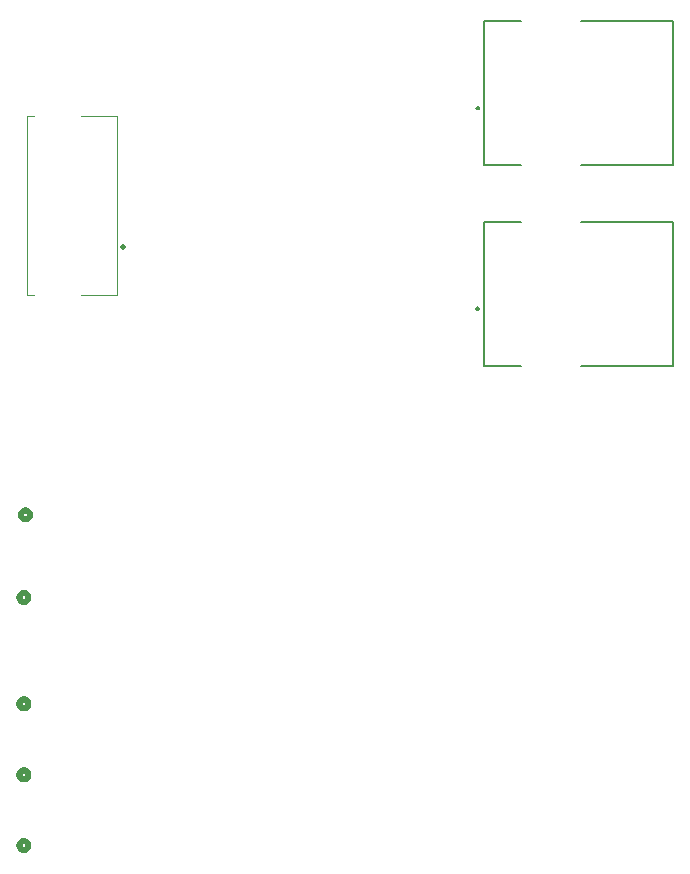
<source format=gbr>
G04 EAGLE Gerber RS-274X export*
G75*
%MOMM*%
%FSLAX34Y34*%
%LPD*%
%INSilkscreen Bottom*%
%IPPOS*%
%AMOC8*
5,1,8,0,0,1.08239X$1,22.5*%
G01*
G04 Define Apertures*
%ADD10C,0.127000*%
%ADD11C,0.200000*%
%ADD12C,0.120000*%
%ADD13C,0.500000*%
%ADD14C,0.508000*%
D10*
X491240Y832400D02*
X459440Y832400D01*
X459440Y710400D01*
X491240Y710400D01*
X542040Y832400D02*
X619440Y832400D01*
X619440Y710400D01*
X542040Y710400D01*
D11*
X453140Y758900D02*
X453142Y758963D01*
X453148Y759025D01*
X453158Y759087D01*
X453171Y759149D01*
X453189Y759209D01*
X453210Y759268D01*
X453235Y759326D01*
X453264Y759382D01*
X453296Y759436D01*
X453331Y759488D01*
X453369Y759537D01*
X453411Y759585D01*
X453455Y759629D01*
X453503Y759671D01*
X453552Y759709D01*
X453604Y759744D01*
X453658Y759776D01*
X453714Y759805D01*
X453772Y759830D01*
X453831Y759851D01*
X453891Y759869D01*
X453953Y759882D01*
X454015Y759892D01*
X454077Y759898D01*
X454140Y759900D01*
X454203Y759898D01*
X454265Y759892D01*
X454327Y759882D01*
X454389Y759869D01*
X454449Y759851D01*
X454508Y759830D01*
X454566Y759805D01*
X454622Y759776D01*
X454676Y759744D01*
X454728Y759709D01*
X454777Y759671D01*
X454825Y759629D01*
X454869Y759585D01*
X454911Y759537D01*
X454949Y759488D01*
X454984Y759436D01*
X455016Y759382D01*
X455045Y759326D01*
X455070Y759268D01*
X455091Y759209D01*
X455109Y759149D01*
X455122Y759087D01*
X455132Y759025D01*
X455138Y758963D01*
X455140Y758900D01*
X455138Y758837D01*
X455132Y758775D01*
X455122Y758713D01*
X455109Y758651D01*
X455091Y758591D01*
X455070Y758532D01*
X455045Y758474D01*
X455016Y758418D01*
X454984Y758364D01*
X454949Y758312D01*
X454911Y758263D01*
X454869Y758215D01*
X454825Y758171D01*
X454777Y758129D01*
X454728Y758091D01*
X454676Y758056D01*
X454622Y758024D01*
X454566Y757995D01*
X454508Y757970D01*
X454449Y757949D01*
X454389Y757931D01*
X454327Y757918D01*
X454265Y757908D01*
X454203Y757902D01*
X454140Y757900D01*
X454077Y757902D01*
X454015Y757908D01*
X453953Y757918D01*
X453891Y757931D01*
X453831Y757949D01*
X453772Y757970D01*
X453714Y757995D01*
X453658Y758024D01*
X453604Y758056D01*
X453552Y758091D01*
X453503Y758129D01*
X453455Y758171D01*
X453411Y758215D01*
X453369Y758263D01*
X453331Y758312D01*
X453296Y758364D01*
X453264Y758418D01*
X453235Y758474D01*
X453210Y758532D01*
X453189Y758591D01*
X453171Y758651D01*
X453158Y758713D01*
X453148Y758775D01*
X453142Y758837D01*
X453140Y758900D01*
D10*
X459440Y1001960D02*
X491240Y1001960D01*
X459440Y1001960D02*
X459440Y879960D01*
X491240Y879960D01*
X542040Y1001960D02*
X619440Y1001960D01*
X619440Y879960D01*
X542040Y879960D01*
D11*
X453140Y928460D02*
X453142Y928523D01*
X453148Y928585D01*
X453158Y928647D01*
X453171Y928709D01*
X453189Y928769D01*
X453210Y928828D01*
X453235Y928886D01*
X453264Y928942D01*
X453296Y928996D01*
X453331Y929048D01*
X453369Y929097D01*
X453411Y929145D01*
X453455Y929189D01*
X453503Y929231D01*
X453552Y929269D01*
X453604Y929304D01*
X453658Y929336D01*
X453714Y929365D01*
X453772Y929390D01*
X453831Y929411D01*
X453891Y929429D01*
X453953Y929442D01*
X454015Y929452D01*
X454077Y929458D01*
X454140Y929460D01*
X454203Y929458D01*
X454265Y929452D01*
X454327Y929442D01*
X454389Y929429D01*
X454449Y929411D01*
X454508Y929390D01*
X454566Y929365D01*
X454622Y929336D01*
X454676Y929304D01*
X454728Y929269D01*
X454777Y929231D01*
X454825Y929189D01*
X454869Y929145D01*
X454911Y929097D01*
X454949Y929048D01*
X454984Y928996D01*
X455016Y928942D01*
X455045Y928886D01*
X455070Y928828D01*
X455091Y928769D01*
X455109Y928709D01*
X455122Y928647D01*
X455132Y928585D01*
X455138Y928523D01*
X455140Y928460D01*
X455138Y928397D01*
X455132Y928335D01*
X455122Y928273D01*
X455109Y928211D01*
X455091Y928151D01*
X455070Y928092D01*
X455045Y928034D01*
X455016Y927978D01*
X454984Y927924D01*
X454949Y927872D01*
X454911Y927823D01*
X454869Y927775D01*
X454825Y927731D01*
X454777Y927689D01*
X454728Y927651D01*
X454676Y927616D01*
X454622Y927584D01*
X454566Y927555D01*
X454508Y927530D01*
X454449Y927509D01*
X454389Y927491D01*
X454327Y927478D01*
X454265Y927468D01*
X454203Y927462D01*
X454140Y927460D01*
X454077Y927462D01*
X454015Y927468D01*
X453953Y927478D01*
X453891Y927491D01*
X453831Y927509D01*
X453772Y927530D01*
X453714Y927555D01*
X453658Y927584D01*
X453604Y927616D01*
X453552Y927651D01*
X453503Y927689D01*
X453455Y927731D01*
X453411Y927775D01*
X453369Y927823D01*
X453331Y927872D01*
X453296Y927924D01*
X453264Y927978D01*
X453235Y928034D01*
X453210Y928092D01*
X453189Y928151D01*
X453171Y928211D01*
X453158Y928273D01*
X453148Y928335D01*
X453142Y928397D01*
X453140Y928460D01*
D12*
X148560Y921460D02*
X148560Y770460D01*
X148560Y921460D02*
X118460Y921460D01*
X118460Y770460D02*
X148560Y770460D01*
X78460Y770460D02*
X72360Y770460D01*
X72360Y921460D01*
X78460Y921460D01*
D13*
X153600Y810960D03*
D14*
X71383Y587839D02*
X71261Y587837D01*
X71139Y587831D01*
X71017Y587821D01*
X70896Y587808D01*
X70775Y587790D01*
X70655Y587769D01*
X70535Y587743D01*
X70417Y587714D01*
X70299Y587682D01*
X70182Y587645D01*
X70067Y587605D01*
X69953Y587561D01*
X69841Y587513D01*
X69730Y587462D01*
X69621Y587407D01*
X69513Y587349D01*
X69408Y587287D01*
X69305Y587222D01*
X69203Y587154D01*
X69104Y587082D01*
X69008Y587008D01*
X68913Y586930D01*
X68822Y586849D01*
X68732Y586766D01*
X68646Y586680D01*
X68563Y586590D01*
X68482Y586499D01*
X68404Y586404D01*
X68330Y586308D01*
X68258Y586209D01*
X68190Y586107D01*
X68125Y586004D01*
X68063Y585899D01*
X68005Y585791D01*
X67950Y585682D01*
X67899Y585571D01*
X67851Y585459D01*
X67807Y585345D01*
X67767Y585230D01*
X67730Y585113D01*
X67698Y584995D01*
X67669Y584877D01*
X67643Y584757D01*
X67622Y584637D01*
X67604Y584516D01*
X67591Y584395D01*
X67581Y584273D01*
X67575Y584151D01*
X67573Y584029D01*
X67575Y583907D01*
X67581Y583785D01*
X67591Y583663D01*
X67604Y583542D01*
X67622Y583421D01*
X67643Y583301D01*
X67669Y583181D01*
X67698Y583063D01*
X67730Y582945D01*
X67767Y582828D01*
X67807Y582713D01*
X67851Y582599D01*
X67899Y582487D01*
X67950Y582376D01*
X68005Y582267D01*
X68063Y582159D01*
X68125Y582054D01*
X68190Y581951D01*
X68258Y581849D01*
X68330Y581750D01*
X68404Y581654D01*
X68482Y581559D01*
X68563Y581468D01*
X68646Y581378D01*
X68732Y581292D01*
X68822Y581209D01*
X68913Y581128D01*
X69008Y581050D01*
X69104Y580976D01*
X69203Y580904D01*
X69305Y580836D01*
X69408Y580771D01*
X69513Y580709D01*
X69621Y580651D01*
X69730Y580596D01*
X69841Y580545D01*
X69953Y580497D01*
X70067Y580453D01*
X70182Y580413D01*
X70299Y580376D01*
X70417Y580344D01*
X70535Y580315D01*
X70655Y580289D01*
X70775Y580268D01*
X70896Y580250D01*
X71017Y580237D01*
X71139Y580227D01*
X71261Y580221D01*
X71383Y580219D01*
X71505Y580221D01*
X71627Y580227D01*
X71749Y580237D01*
X71870Y580250D01*
X71991Y580268D01*
X72111Y580289D01*
X72231Y580315D01*
X72349Y580344D01*
X72467Y580376D01*
X72584Y580413D01*
X72699Y580453D01*
X72813Y580497D01*
X72925Y580545D01*
X73036Y580596D01*
X73145Y580651D01*
X73253Y580709D01*
X73358Y580771D01*
X73461Y580836D01*
X73563Y580904D01*
X73662Y580976D01*
X73758Y581050D01*
X73853Y581128D01*
X73944Y581209D01*
X74034Y581292D01*
X74120Y581378D01*
X74203Y581468D01*
X74284Y581559D01*
X74362Y581654D01*
X74436Y581750D01*
X74508Y581849D01*
X74576Y581951D01*
X74641Y582054D01*
X74703Y582159D01*
X74761Y582267D01*
X74816Y582376D01*
X74867Y582487D01*
X74915Y582599D01*
X74959Y582713D01*
X74999Y582828D01*
X75036Y582945D01*
X75068Y583063D01*
X75097Y583181D01*
X75123Y583301D01*
X75144Y583421D01*
X75162Y583542D01*
X75175Y583663D01*
X75185Y583785D01*
X75191Y583907D01*
X75193Y584029D01*
X75191Y584151D01*
X75185Y584273D01*
X75175Y584395D01*
X75162Y584516D01*
X75144Y584637D01*
X75123Y584757D01*
X75097Y584877D01*
X75068Y584995D01*
X75036Y585113D01*
X74999Y585230D01*
X74959Y585345D01*
X74915Y585459D01*
X74867Y585571D01*
X74816Y585682D01*
X74761Y585791D01*
X74703Y585899D01*
X74641Y586004D01*
X74576Y586107D01*
X74508Y586209D01*
X74436Y586308D01*
X74362Y586404D01*
X74284Y586499D01*
X74203Y586590D01*
X74120Y586680D01*
X74034Y586766D01*
X73944Y586849D01*
X73853Y586930D01*
X73758Y587008D01*
X73662Y587082D01*
X73563Y587154D01*
X73461Y587222D01*
X73358Y587287D01*
X73253Y587349D01*
X73145Y587407D01*
X73036Y587462D01*
X72925Y587513D01*
X72813Y587561D01*
X72699Y587605D01*
X72584Y587645D01*
X72467Y587682D01*
X72349Y587714D01*
X72231Y587743D01*
X72111Y587769D01*
X71991Y587790D01*
X71870Y587808D01*
X71749Y587821D01*
X71627Y587831D01*
X71505Y587837D01*
X71383Y587839D01*
X70000Y517832D02*
X69878Y517830D01*
X69756Y517824D01*
X69634Y517814D01*
X69513Y517801D01*
X69392Y517783D01*
X69272Y517762D01*
X69152Y517736D01*
X69034Y517707D01*
X68916Y517675D01*
X68799Y517638D01*
X68684Y517598D01*
X68570Y517554D01*
X68458Y517506D01*
X68347Y517455D01*
X68238Y517400D01*
X68130Y517342D01*
X68025Y517280D01*
X67922Y517215D01*
X67820Y517147D01*
X67721Y517075D01*
X67625Y517001D01*
X67530Y516923D01*
X67439Y516842D01*
X67349Y516759D01*
X67263Y516673D01*
X67180Y516583D01*
X67099Y516492D01*
X67021Y516397D01*
X66947Y516301D01*
X66875Y516202D01*
X66807Y516100D01*
X66742Y515997D01*
X66680Y515892D01*
X66622Y515784D01*
X66567Y515675D01*
X66516Y515564D01*
X66468Y515452D01*
X66424Y515338D01*
X66384Y515223D01*
X66347Y515106D01*
X66315Y514988D01*
X66286Y514870D01*
X66260Y514750D01*
X66239Y514630D01*
X66221Y514509D01*
X66208Y514388D01*
X66198Y514266D01*
X66192Y514144D01*
X66190Y514022D01*
X66192Y513900D01*
X66198Y513778D01*
X66208Y513656D01*
X66221Y513535D01*
X66239Y513414D01*
X66260Y513294D01*
X66286Y513174D01*
X66315Y513056D01*
X66347Y512938D01*
X66384Y512821D01*
X66424Y512706D01*
X66468Y512592D01*
X66516Y512480D01*
X66567Y512369D01*
X66622Y512260D01*
X66680Y512152D01*
X66742Y512047D01*
X66807Y511944D01*
X66875Y511842D01*
X66947Y511743D01*
X67021Y511647D01*
X67099Y511552D01*
X67180Y511461D01*
X67263Y511371D01*
X67349Y511285D01*
X67439Y511202D01*
X67530Y511121D01*
X67625Y511043D01*
X67721Y510969D01*
X67820Y510897D01*
X67922Y510829D01*
X68025Y510764D01*
X68130Y510702D01*
X68238Y510644D01*
X68347Y510589D01*
X68458Y510538D01*
X68570Y510490D01*
X68684Y510446D01*
X68799Y510406D01*
X68916Y510369D01*
X69034Y510337D01*
X69152Y510308D01*
X69272Y510282D01*
X69392Y510261D01*
X69513Y510243D01*
X69634Y510230D01*
X69756Y510220D01*
X69878Y510214D01*
X70000Y510212D01*
X70122Y510214D01*
X70244Y510220D01*
X70366Y510230D01*
X70487Y510243D01*
X70608Y510261D01*
X70728Y510282D01*
X70848Y510308D01*
X70966Y510337D01*
X71084Y510369D01*
X71201Y510406D01*
X71316Y510446D01*
X71430Y510490D01*
X71542Y510538D01*
X71653Y510589D01*
X71762Y510644D01*
X71870Y510702D01*
X71975Y510764D01*
X72078Y510829D01*
X72180Y510897D01*
X72279Y510969D01*
X72375Y511043D01*
X72470Y511121D01*
X72561Y511202D01*
X72651Y511285D01*
X72737Y511371D01*
X72820Y511461D01*
X72901Y511552D01*
X72979Y511647D01*
X73053Y511743D01*
X73125Y511842D01*
X73193Y511944D01*
X73258Y512047D01*
X73320Y512152D01*
X73378Y512260D01*
X73433Y512369D01*
X73484Y512480D01*
X73532Y512592D01*
X73576Y512706D01*
X73616Y512821D01*
X73653Y512938D01*
X73685Y513056D01*
X73714Y513174D01*
X73740Y513294D01*
X73761Y513414D01*
X73779Y513535D01*
X73792Y513656D01*
X73802Y513778D01*
X73808Y513900D01*
X73810Y514022D01*
X73808Y514144D01*
X73802Y514266D01*
X73792Y514388D01*
X73779Y514509D01*
X73761Y514630D01*
X73740Y514750D01*
X73714Y514870D01*
X73685Y514988D01*
X73653Y515106D01*
X73616Y515223D01*
X73576Y515338D01*
X73532Y515452D01*
X73484Y515564D01*
X73433Y515675D01*
X73378Y515784D01*
X73320Y515892D01*
X73258Y515997D01*
X73193Y516100D01*
X73125Y516202D01*
X73053Y516301D01*
X72979Y516397D01*
X72901Y516492D01*
X72820Y516583D01*
X72737Y516673D01*
X72651Y516759D01*
X72561Y516842D01*
X72470Y516923D01*
X72375Y517001D01*
X72279Y517075D01*
X72180Y517147D01*
X72078Y517215D01*
X71975Y517280D01*
X71870Y517342D01*
X71762Y517400D01*
X71653Y517455D01*
X71542Y517506D01*
X71430Y517554D01*
X71316Y517598D01*
X71201Y517638D01*
X71084Y517675D01*
X70966Y517707D01*
X70848Y517736D01*
X70728Y517762D01*
X70608Y517783D01*
X70487Y517801D01*
X70366Y517814D01*
X70244Y517824D01*
X70122Y517830D01*
X70000Y517832D01*
X70000Y427839D02*
X69878Y427837D01*
X69756Y427831D01*
X69634Y427821D01*
X69513Y427808D01*
X69392Y427790D01*
X69272Y427769D01*
X69152Y427743D01*
X69034Y427714D01*
X68916Y427682D01*
X68799Y427645D01*
X68684Y427605D01*
X68570Y427561D01*
X68458Y427513D01*
X68347Y427462D01*
X68238Y427407D01*
X68130Y427349D01*
X68025Y427287D01*
X67922Y427222D01*
X67820Y427154D01*
X67721Y427082D01*
X67625Y427008D01*
X67530Y426930D01*
X67439Y426849D01*
X67349Y426766D01*
X67263Y426680D01*
X67180Y426590D01*
X67099Y426499D01*
X67021Y426404D01*
X66947Y426308D01*
X66875Y426209D01*
X66807Y426107D01*
X66742Y426004D01*
X66680Y425899D01*
X66622Y425791D01*
X66567Y425682D01*
X66516Y425571D01*
X66468Y425459D01*
X66424Y425345D01*
X66384Y425230D01*
X66347Y425113D01*
X66315Y424995D01*
X66286Y424877D01*
X66260Y424757D01*
X66239Y424637D01*
X66221Y424516D01*
X66208Y424395D01*
X66198Y424273D01*
X66192Y424151D01*
X66190Y424029D01*
X66192Y423907D01*
X66198Y423785D01*
X66208Y423663D01*
X66221Y423542D01*
X66239Y423421D01*
X66260Y423301D01*
X66286Y423181D01*
X66315Y423063D01*
X66347Y422945D01*
X66384Y422828D01*
X66424Y422713D01*
X66468Y422599D01*
X66516Y422487D01*
X66567Y422376D01*
X66622Y422267D01*
X66680Y422159D01*
X66742Y422054D01*
X66807Y421951D01*
X66875Y421849D01*
X66947Y421750D01*
X67021Y421654D01*
X67099Y421559D01*
X67180Y421468D01*
X67263Y421378D01*
X67349Y421292D01*
X67439Y421209D01*
X67530Y421128D01*
X67625Y421050D01*
X67721Y420976D01*
X67820Y420904D01*
X67922Y420836D01*
X68025Y420771D01*
X68130Y420709D01*
X68238Y420651D01*
X68347Y420596D01*
X68458Y420545D01*
X68570Y420497D01*
X68684Y420453D01*
X68799Y420413D01*
X68916Y420376D01*
X69034Y420344D01*
X69152Y420315D01*
X69272Y420289D01*
X69392Y420268D01*
X69513Y420250D01*
X69634Y420237D01*
X69756Y420227D01*
X69878Y420221D01*
X70000Y420219D01*
X70122Y420221D01*
X70244Y420227D01*
X70366Y420237D01*
X70487Y420250D01*
X70608Y420268D01*
X70728Y420289D01*
X70848Y420315D01*
X70966Y420344D01*
X71084Y420376D01*
X71201Y420413D01*
X71316Y420453D01*
X71430Y420497D01*
X71542Y420545D01*
X71653Y420596D01*
X71762Y420651D01*
X71870Y420709D01*
X71975Y420771D01*
X72078Y420836D01*
X72180Y420904D01*
X72279Y420976D01*
X72375Y421050D01*
X72470Y421128D01*
X72561Y421209D01*
X72651Y421292D01*
X72737Y421378D01*
X72820Y421468D01*
X72901Y421559D01*
X72979Y421654D01*
X73053Y421750D01*
X73125Y421849D01*
X73193Y421951D01*
X73258Y422054D01*
X73320Y422159D01*
X73378Y422267D01*
X73433Y422376D01*
X73484Y422487D01*
X73532Y422599D01*
X73576Y422713D01*
X73616Y422828D01*
X73653Y422945D01*
X73685Y423063D01*
X73714Y423181D01*
X73740Y423301D01*
X73761Y423421D01*
X73779Y423542D01*
X73792Y423663D01*
X73802Y423785D01*
X73808Y423907D01*
X73810Y424029D01*
X73808Y424151D01*
X73802Y424273D01*
X73792Y424395D01*
X73779Y424516D01*
X73761Y424637D01*
X73740Y424757D01*
X73714Y424877D01*
X73685Y424995D01*
X73653Y425113D01*
X73616Y425230D01*
X73576Y425345D01*
X73532Y425459D01*
X73484Y425571D01*
X73433Y425682D01*
X73378Y425791D01*
X73320Y425899D01*
X73258Y426004D01*
X73193Y426107D01*
X73125Y426209D01*
X73053Y426308D01*
X72979Y426404D01*
X72901Y426499D01*
X72820Y426590D01*
X72737Y426680D01*
X72651Y426766D01*
X72561Y426849D01*
X72470Y426930D01*
X72375Y427008D01*
X72279Y427082D01*
X72180Y427154D01*
X72078Y427222D01*
X71975Y427287D01*
X71870Y427349D01*
X71762Y427407D01*
X71653Y427462D01*
X71542Y427513D01*
X71430Y427561D01*
X71316Y427605D01*
X71201Y427645D01*
X71084Y427682D01*
X70966Y427714D01*
X70848Y427743D01*
X70728Y427769D01*
X70608Y427790D01*
X70487Y427808D01*
X70366Y427821D01*
X70244Y427831D01*
X70122Y427837D01*
X70000Y427839D01*
X70000Y367839D02*
X69878Y367837D01*
X69756Y367831D01*
X69634Y367821D01*
X69513Y367808D01*
X69392Y367790D01*
X69272Y367769D01*
X69152Y367743D01*
X69034Y367714D01*
X68916Y367682D01*
X68799Y367645D01*
X68684Y367605D01*
X68570Y367561D01*
X68458Y367513D01*
X68347Y367462D01*
X68238Y367407D01*
X68130Y367349D01*
X68025Y367287D01*
X67922Y367222D01*
X67820Y367154D01*
X67721Y367082D01*
X67625Y367008D01*
X67530Y366930D01*
X67439Y366849D01*
X67349Y366766D01*
X67263Y366680D01*
X67180Y366590D01*
X67099Y366499D01*
X67021Y366404D01*
X66947Y366308D01*
X66875Y366209D01*
X66807Y366107D01*
X66742Y366004D01*
X66680Y365899D01*
X66622Y365791D01*
X66567Y365682D01*
X66516Y365571D01*
X66468Y365459D01*
X66424Y365345D01*
X66384Y365230D01*
X66347Y365113D01*
X66315Y364995D01*
X66286Y364877D01*
X66260Y364757D01*
X66239Y364637D01*
X66221Y364516D01*
X66208Y364395D01*
X66198Y364273D01*
X66192Y364151D01*
X66190Y364029D01*
X66192Y363907D01*
X66198Y363785D01*
X66208Y363663D01*
X66221Y363542D01*
X66239Y363421D01*
X66260Y363301D01*
X66286Y363181D01*
X66315Y363063D01*
X66347Y362945D01*
X66384Y362828D01*
X66424Y362713D01*
X66468Y362599D01*
X66516Y362487D01*
X66567Y362376D01*
X66622Y362267D01*
X66680Y362159D01*
X66742Y362054D01*
X66807Y361951D01*
X66875Y361849D01*
X66947Y361750D01*
X67021Y361654D01*
X67099Y361559D01*
X67180Y361468D01*
X67263Y361378D01*
X67349Y361292D01*
X67439Y361209D01*
X67530Y361128D01*
X67625Y361050D01*
X67721Y360976D01*
X67820Y360904D01*
X67922Y360836D01*
X68025Y360771D01*
X68130Y360709D01*
X68238Y360651D01*
X68347Y360596D01*
X68458Y360545D01*
X68570Y360497D01*
X68684Y360453D01*
X68799Y360413D01*
X68916Y360376D01*
X69034Y360344D01*
X69152Y360315D01*
X69272Y360289D01*
X69392Y360268D01*
X69513Y360250D01*
X69634Y360237D01*
X69756Y360227D01*
X69878Y360221D01*
X70000Y360219D01*
X70122Y360221D01*
X70244Y360227D01*
X70366Y360237D01*
X70487Y360250D01*
X70608Y360268D01*
X70728Y360289D01*
X70848Y360315D01*
X70966Y360344D01*
X71084Y360376D01*
X71201Y360413D01*
X71316Y360453D01*
X71430Y360497D01*
X71542Y360545D01*
X71653Y360596D01*
X71762Y360651D01*
X71870Y360709D01*
X71975Y360771D01*
X72078Y360836D01*
X72180Y360904D01*
X72279Y360976D01*
X72375Y361050D01*
X72470Y361128D01*
X72561Y361209D01*
X72651Y361292D01*
X72737Y361378D01*
X72820Y361468D01*
X72901Y361559D01*
X72979Y361654D01*
X73053Y361750D01*
X73125Y361849D01*
X73193Y361951D01*
X73258Y362054D01*
X73320Y362159D01*
X73378Y362267D01*
X73433Y362376D01*
X73484Y362487D01*
X73532Y362599D01*
X73576Y362713D01*
X73616Y362828D01*
X73653Y362945D01*
X73685Y363063D01*
X73714Y363181D01*
X73740Y363301D01*
X73761Y363421D01*
X73779Y363542D01*
X73792Y363663D01*
X73802Y363785D01*
X73808Y363907D01*
X73810Y364029D01*
X73808Y364151D01*
X73802Y364273D01*
X73792Y364395D01*
X73779Y364516D01*
X73761Y364637D01*
X73740Y364757D01*
X73714Y364877D01*
X73685Y364995D01*
X73653Y365113D01*
X73616Y365230D01*
X73576Y365345D01*
X73532Y365459D01*
X73484Y365571D01*
X73433Y365682D01*
X73378Y365791D01*
X73320Y365899D01*
X73258Y366004D01*
X73193Y366107D01*
X73125Y366209D01*
X73053Y366308D01*
X72979Y366404D01*
X72901Y366499D01*
X72820Y366590D01*
X72737Y366680D01*
X72651Y366766D01*
X72561Y366849D01*
X72470Y366930D01*
X72375Y367008D01*
X72279Y367082D01*
X72180Y367154D01*
X72078Y367222D01*
X71975Y367287D01*
X71870Y367349D01*
X71762Y367407D01*
X71653Y367462D01*
X71542Y367513D01*
X71430Y367561D01*
X71316Y367605D01*
X71201Y367645D01*
X71084Y367682D01*
X70966Y367714D01*
X70848Y367743D01*
X70728Y367769D01*
X70608Y367790D01*
X70487Y367808D01*
X70366Y367821D01*
X70244Y367831D01*
X70122Y367837D01*
X70000Y367839D01*
X70000Y307839D02*
X69878Y307837D01*
X69756Y307831D01*
X69634Y307821D01*
X69513Y307808D01*
X69392Y307790D01*
X69272Y307769D01*
X69152Y307743D01*
X69034Y307714D01*
X68916Y307682D01*
X68799Y307645D01*
X68684Y307605D01*
X68570Y307561D01*
X68458Y307513D01*
X68347Y307462D01*
X68238Y307407D01*
X68130Y307349D01*
X68025Y307287D01*
X67922Y307222D01*
X67820Y307154D01*
X67721Y307082D01*
X67625Y307008D01*
X67530Y306930D01*
X67439Y306849D01*
X67349Y306766D01*
X67263Y306680D01*
X67180Y306590D01*
X67099Y306499D01*
X67021Y306404D01*
X66947Y306308D01*
X66875Y306209D01*
X66807Y306107D01*
X66742Y306004D01*
X66680Y305899D01*
X66622Y305791D01*
X66567Y305682D01*
X66516Y305571D01*
X66468Y305459D01*
X66424Y305345D01*
X66384Y305230D01*
X66347Y305113D01*
X66315Y304995D01*
X66286Y304877D01*
X66260Y304757D01*
X66239Y304637D01*
X66221Y304516D01*
X66208Y304395D01*
X66198Y304273D01*
X66192Y304151D01*
X66190Y304029D01*
X66192Y303907D01*
X66198Y303785D01*
X66208Y303663D01*
X66221Y303542D01*
X66239Y303421D01*
X66260Y303301D01*
X66286Y303181D01*
X66315Y303063D01*
X66347Y302945D01*
X66384Y302828D01*
X66424Y302713D01*
X66468Y302599D01*
X66516Y302487D01*
X66567Y302376D01*
X66622Y302267D01*
X66680Y302159D01*
X66742Y302054D01*
X66807Y301951D01*
X66875Y301849D01*
X66947Y301750D01*
X67021Y301654D01*
X67099Y301559D01*
X67180Y301468D01*
X67263Y301378D01*
X67349Y301292D01*
X67439Y301209D01*
X67530Y301128D01*
X67625Y301050D01*
X67721Y300976D01*
X67820Y300904D01*
X67922Y300836D01*
X68025Y300771D01*
X68130Y300709D01*
X68238Y300651D01*
X68347Y300596D01*
X68458Y300545D01*
X68570Y300497D01*
X68684Y300453D01*
X68799Y300413D01*
X68916Y300376D01*
X69034Y300344D01*
X69152Y300315D01*
X69272Y300289D01*
X69392Y300268D01*
X69513Y300250D01*
X69634Y300237D01*
X69756Y300227D01*
X69878Y300221D01*
X70000Y300219D01*
X70122Y300221D01*
X70244Y300227D01*
X70366Y300237D01*
X70487Y300250D01*
X70608Y300268D01*
X70728Y300289D01*
X70848Y300315D01*
X70966Y300344D01*
X71084Y300376D01*
X71201Y300413D01*
X71316Y300453D01*
X71430Y300497D01*
X71542Y300545D01*
X71653Y300596D01*
X71762Y300651D01*
X71870Y300709D01*
X71975Y300771D01*
X72078Y300836D01*
X72180Y300904D01*
X72279Y300976D01*
X72375Y301050D01*
X72470Y301128D01*
X72561Y301209D01*
X72651Y301292D01*
X72737Y301378D01*
X72820Y301468D01*
X72901Y301559D01*
X72979Y301654D01*
X73053Y301750D01*
X73125Y301849D01*
X73193Y301951D01*
X73258Y302054D01*
X73320Y302159D01*
X73378Y302267D01*
X73433Y302376D01*
X73484Y302487D01*
X73532Y302599D01*
X73576Y302713D01*
X73616Y302828D01*
X73653Y302945D01*
X73685Y303063D01*
X73714Y303181D01*
X73740Y303301D01*
X73761Y303421D01*
X73779Y303542D01*
X73792Y303663D01*
X73802Y303785D01*
X73808Y303907D01*
X73810Y304029D01*
X73808Y304151D01*
X73802Y304273D01*
X73792Y304395D01*
X73779Y304516D01*
X73761Y304637D01*
X73740Y304757D01*
X73714Y304877D01*
X73685Y304995D01*
X73653Y305113D01*
X73616Y305230D01*
X73576Y305345D01*
X73532Y305459D01*
X73484Y305571D01*
X73433Y305682D01*
X73378Y305791D01*
X73320Y305899D01*
X73258Y306004D01*
X73193Y306107D01*
X73125Y306209D01*
X73053Y306308D01*
X72979Y306404D01*
X72901Y306499D01*
X72820Y306590D01*
X72737Y306680D01*
X72651Y306766D01*
X72561Y306849D01*
X72470Y306930D01*
X72375Y307008D01*
X72279Y307082D01*
X72180Y307154D01*
X72078Y307222D01*
X71975Y307287D01*
X71870Y307349D01*
X71762Y307407D01*
X71653Y307462D01*
X71542Y307513D01*
X71430Y307561D01*
X71316Y307605D01*
X71201Y307645D01*
X71084Y307682D01*
X70966Y307714D01*
X70848Y307743D01*
X70728Y307769D01*
X70608Y307790D01*
X70487Y307808D01*
X70366Y307821D01*
X70244Y307831D01*
X70122Y307837D01*
X70000Y307839D01*
M02*

</source>
